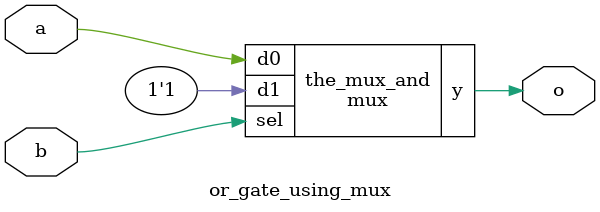
<source format=sv>

module mux
(
  input  d0, d1,
  input  sel,
  output y
);

  assign y = sel ? d1 : d0;

endmodule

//----------------------------------------------------------------------------
// Task
//----------------------------------------------------------------------------

module or_gate_using_mux
(
    input  a,
    input  b,
    output o
);

  mux the_mux_and (
    .d0(a),
    .d1(1),
    .sel(b),
    .y(o)
  );

  // Task:

  // Implement or gate using instance(s) of mux,
  // constants 0 and 1, and wire connections


endmodule

</source>
